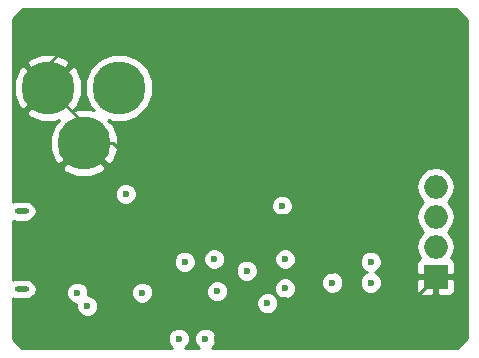
<source format=gbr>
G04 #@! TF.FileFunction,Copper,L3,Inr,Plane*
%FSLAX46Y46*%
G04 Gerber Fmt 4.6, Leading zero omitted, Abs format (unit mm)*
G04 Created by KiCad (PCBNEW 4.0.4-stable) date 03/14/17 06:36:14*
%MOMM*%
%LPD*%
G01*
G04 APERTURE LIST*
%ADD10C,0.100000*%
%ADD11O,1.200000X0.500000*%
%ADD12C,4.500000*%
%ADD13O,1.998980X1.998980*%
%ADD14R,1.998980X1.998980*%
%ADD15C,0.600000*%
%ADD16C,0.250000*%
%ADD17C,0.254000*%
G04 APERTURE END LIST*
D10*
D11*
X25700000Y-38200000D03*
X25700000Y-44800000D03*
D12*
X33950140Y-27750000D03*
X27950660Y-27750000D03*
X30950400Y-32449000D03*
D13*
X60750000Y-36130000D03*
D14*
X60750000Y-43750000D03*
D13*
X60750000Y-41210000D03*
X60750000Y-38670000D03*
D15*
X51750000Y-35750000D03*
X40250000Y-37750000D03*
X46750000Y-37750000D03*
X45750000Y-38500000D03*
X31250000Y-43750000D03*
X39500000Y-41000000D03*
X42250000Y-49000000D03*
X48000000Y-45750000D03*
X52000000Y-43250000D03*
X59750000Y-24000000D03*
X48000000Y-24000000D03*
X55500000Y-48500000D03*
X47750000Y-37750000D03*
X48000000Y-44750000D03*
X46500000Y-46000000D03*
X41250000Y-49000000D03*
X31250000Y-46250000D03*
X34500000Y-36750000D03*
X39500000Y-42500000D03*
X42250000Y-45000000D03*
X48000000Y-42250000D03*
X55250000Y-44250000D03*
X42000000Y-42250000D03*
X55250000Y-42500000D03*
X44750000Y-43250000D03*
X52000000Y-44250000D03*
X39000000Y-49000000D03*
X35900000Y-45100000D03*
X30400000Y-45100000D03*
D16*
X55500000Y-48500000D02*
X56000000Y-48500000D01*
X56000000Y-48500000D02*
X60750000Y-43750000D01*
X51750000Y-35750000D02*
X51750000Y-38000000D01*
X51250000Y-38500000D02*
X45750000Y-38500000D01*
X51750000Y-38000000D02*
X51250000Y-38500000D01*
X40250000Y-37750000D02*
X38750000Y-37750000D01*
X33449000Y-32449000D02*
X30950400Y-32449000D01*
X38750000Y-37750000D02*
X33449000Y-32449000D01*
X40250000Y-37750000D02*
X40250000Y-40250000D01*
X40250000Y-40250000D02*
X39500000Y-41000000D01*
X46750000Y-37750000D02*
X46500000Y-37750000D01*
X46500000Y-37750000D02*
X45750000Y-38500000D01*
X45750000Y-38500000D02*
X42000000Y-38500000D01*
X42000000Y-38500000D02*
X39500000Y-41000000D01*
X31250000Y-43750000D02*
X36750000Y-43750000D01*
X36750000Y-43750000D02*
X39500000Y-41000000D01*
X42250000Y-49000000D02*
X44750000Y-49000000D01*
X44750000Y-49000000D02*
X48000000Y-45750000D01*
X48000000Y-45750000D02*
X48500000Y-45750000D01*
X51000000Y-43250000D02*
X52000000Y-43250000D01*
X48500000Y-45750000D02*
X51000000Y-43250000D01*
X52750000Y-43250000D02*
X52000000Y-43250000D01*
X30950400Y-32449000D02*
X30950400Y-30749740D01*
X30950400Y-30749740D02*
X27950660Y-27750000D01*
X27950660Y-27750000D02*
X27950660Y-25799340D01*
X27950660Y-25799340D02*
X29750000Y-24000000D01*
X29750000Y-24000000D02*
X48000000Y-24000000D01*
X48000000Y-24000000D02*
X59750000Y-24000000D01*
X55500000Y-46000000D02*
X52750000Y-43250000D01*
X55500000Y-48500000D02*
X55500000Y-46000000D01*
D17*
G36*
X63373000Y-22052606D02*
X63373000Y-48947394D01*
X62530394Y-49790000D01*
X41782065Y-49790000D01*
X42042192Y-49530327D01*
X42184838Y-49186799D01*
X42185162Y-48814833D01*
X42043117Y-48471057D01*
X41780327Y-48207808D01*
X41436799Y-48065162D01*
X41064833Y-48064838D01*
X40721057Y-48206883D01*
X40457808Y-48469673D01*
X40315162Y-48813201D01*
X40314838Y-49185167D01*
X40456883Y-49528943D01*
X40717485Y-49790000D01*
X39532065Y-49790000D01*
X39792192Y-49530327D01*
X39934838Y-49186799D01*
X39935162Y-48814833D01*
X39793117Y-48471057D01*
X39530327Y-48207808D01*
X39186799Y-48065162D01*
X38814833Y-48064838D01*
X38471057Y-48206883D01*
X38207808Y-48469673D01*
X38065162Y-48813201D01*
X38064838Y-49185167D01*
X38206883Y-49528943D01*
X38467485Y-49790000D01*
X25719606Y-49790000D01*
X24960000Y-49030394D01*
X24960000Y-45599505D01*
X24987130Y-45617633D01*
X25325805Y-45685000D01*
X26074195Y-45685000D01*
X26412870Y-45617633D01*
X26699985Y-45425790D01*
X26793945Y-45285167D01*
X29464838Y-45285167D01*
X29606883Y-45628943D01*
X29869673Y-45892192D01*
X30213201Y-46034838D01*
X30326898Y-46034937D01*
X30315162Y-46063201D01*
X30314838Y-46435167D01*
X30456883Y-46778943D01*
X30719673Y-47042192D01*
X31063201Y-47184838D01*
X31435167Y-47185162D01*
X31778943Y-47043117D01*
X32042192Y-46780327D01*
X32184838Y-46436799D01*
X32185057Y-46185167D01*
X45564838Y-46185167D01*
X45706883Y-46528943D01*
X45969673Y-46792192D01*
X46313201Y-46934838D01*
X46685167Y-46935162D01*
X47028943Y-46793117D01*
X47292192Y-46530327D01*
X47434838Y-46186799D01*
X47435162Y-45814833D01*
X47293117Y-45471057D01*
X47030327Y-45207808D01*
X46686799Y-45065162D01*
X46314833Y-45064838D01*
X45971057Y-45206883D01*
X45707808Y-45469673D01*
X45565162Y-45813201D01*
X45564838Y-46185167D01*
X32185057Y-46185167D01*
X32185162Y-46064833D01*
X32043117Y-45721057D01*
X31780327Y-45457808D01*
X31436799Y-45315162D01*
X31323102Y-45315063D01*
X31334838Y-45286799D01*
X31334839Y-45285167D01*
X34964838Y-45285167D01*
X35106883Y-45628943D01*
X35369673Y-45892192D01*
X35713201Y-46034838D01*
X36085167Y-46035162D01*
X36428943Y-45893117D01*
X36692192Y-45630327D01*
X36834838Y-45286799D01*
X36834926Y-45185167D01*
X41314838Y-45185167D01*
X41456883Y-45528943D01*
X41719673Y-45792192D01*
X42063201Y-45934838D01*
X42435167Y-45935162D01*
X42778943Y-45793117D01*
X43042192Y-45530327D01*
X43184838Y-45186799D01*
X43185057Y-44935167D01*
X47064838Y-44935167D01*
X47206883Y-45278943D01*
X47469673Y-45542192D01*
X47813201Y-45684838D01*
X48185167Y-45685162D01*
X48528943Y-45543117D01*
X48792192Y-45280327D01*
X48934838Y-44936799D01*
X48935162Y-44564833D01*
X48881586Y-44435167D01*
X51064838Y-44435167D01*
X51206883Y-44778943D01*
X51469673Y-45042192D01*
X51813201Y-45184838D01*
X52185167Y-45185162D01*
X52528943Y-45043117D01*
X52792192Y-44780327D01*
X52934838Y-44436799D01*
X52935162Y-44064833D01*
X52793117Y-43721057D01*
X52530327Y-43457808D01*
X52186799Y-43315162D01*
X51814833Y-43314838D01*
X51471057Y-43456883D01*
X51207808Y-43719673D01*
X51065162Y-44063201D01*
X51064838Y-44435167D01*
X48881586Y-44435167D01*
X48793117Y-44221057D01*
X48530327Y-43957808D01*
X48186799Y-43815162D01*
X47814833Y-43814838D01*
X47471057Y-43956883D01*
X47207808Y-44219673D01*
X47065162Y-44563201D01*
X47064838Y-44935167D01*
X43185057Y-44935167D01*
X43185162Y-44814833D01*
X43043117Y-44471057D01*
X42780327Y-44207808D01*
X42436799Y-44065162D01*
X42064833Y-44064838D01*
X41721057Y-44206883D01*
X41457808Y-44469673D01*
X41315162Y-44813201D01*
X41314838Y-45185167D01*
X36834926Y-45185167D01*
X36835162Y-44914833D01*
X36693117Y-44571057D01*
X36430327Y-44307808D01*
X36086799Y-44165162D01*
X35714833Y-44164838D01*
X35371057Y-44306883D01*
X35107808Y-44569673D01*
X34965162Y-44913201D01*
X34964838Y-45285167D01*
X31334839Y-45285167D01*
X31335162Y-44914833D01*
X31193117Y-44571057D01*
X30930327Y-44307808D01*
X30586799Y-44165162D01*
X30214833Y-44164838D01*
X29871057Y-44306883D01*
X29607808Y-44569673D01*
X29465162Y-44913201D01*
X29464838Y-45285167D01*
X26793945Y-45285167D01*
X26891828Y-45138675D01*
X26959195Y-44800000D01*
X26891828Y-44461325D01*
X26699985Y-44174210D01*
X26412870Y-43982367D01*
X26074195Y-43915000D01*
X25325805Y-43915000D01*
X24987130Y-43982367D01*
X24960000Y-44000495D01*
X24960000Y-43435167D01*
X43814838Y-43435167D01*
X43956883Y-43778943D01*
X44219673Y-44042192D01*
X44563201Y-44184838D01*
X44935167Y-44185162D01*
X45278943Y-44043117D01*
X45542192Y-43780327D01*
X45684838Y-43436799D01*
X45685162Y-43064833D01*
X45543117Y-42721057D01*
X45280327Y-42457808D01*
X45225802Y-42435167D01*
X47064838Y-42435167D01*
X47206883Y-42778943D01*
X47469673Y-43042192D01*
X47813201Y-43184838D01*
X48185167Y-43185162D01*
X48528943Y-43043117D01*
X48792192Y-42780327D01*
X48831706Y-42685167D01*
X54314838Y-42685167D01*
X54456883Y-43028943D01*
X54719673Y-43292192D01*
X54919162Y-43375028D01*
X54721057Y-43456883D01*
X54457808Y-43719673D01*
X54315162Y-44063201D01*
X54314838Y-44435167D01*
X54456883Y-44778943D01*
X54719673Y-45042192D01*
X55063201Y-45184838D01*
X55435167Y-45185162D01*
X55778943Y-45043117D01*
X56042192Y-44780327D01*
X56184838Y-44436799D01*
X56185162Y-44064833D01*
X56173146Y-44035750D01*
X59115510Y-44035750D01*
X59115510Y-44875799D01*
X59212183Y-45109188D01*
X59390811Y-45287817D01*
X59624200Y-45384490D01*
X60464250Y-45384490D01*
X60623000Y-45225740D01*
X60623000Y-43877000D01*
X60877000Y-43877000D01*
X60877000Y-45225740D01*
X61035750Y-45384490D01*
X61875800Y-45384490D01*
X62109189Y-45287817D01*
X62287817Y-45109188D01*
X62384490Y-44875799D01*
X62384490Y-44035750D01*
X62225740Y-43877000D01*
X60877000Y-43877000D01*
X60623000Y-43877000D01*
X59274260Y-43877000D01*
X59115510Y-44035750D01*
X56173146Y-44035750D01*
X56043117Y-43721057D01*
X55780327Y-43457808D01*
X55580838Y-43374972D01*
X55778943Y-43293117D01*
X56042192Y-43030327D01*
X56184838Y-42686799D01*
X56185162Y-42314833D01*
X56043117Y-41971057D01*
X55780327Y-41707808D01*
X55436799Y-41565162D01*
X55064833Y-41564838D01*
X54721057Y-41706883D01*
X54457808Y-41969673D01*
X54315162Y-42313201D01*
X54314838Y-42685167D01*
X48831706Y-42685167D01*
X48934838Y-42436799D01*
X48935162Y-42064833D01*
X48793117Y-41721057D01*
X48530327Y-41457808D01*
X48186799Y-41315162D01*
X47814833Y-41314838D01*
X47471057Y-41456883D01*
X47207808Y-41719673D01*
X47065162Y-42063201D01*
X47064838Y-42435167D01*
X45225802Y-42435167D01*
X44936799Y-42315162D01*
X44564833Y-42314838D01*
X44221057Y-42456883D01*
X43957808Y-42719673D01*
X43815162Y-43063201D01*
X43814838Y-43435167D01*
X24960000Y-43435167D01*
X24960000Y-42685167D01*
X38564838Y-42685167D01*
X38706883Y-43028943D01*
X38969673Y-43292192D01*
X39313201Y-43434838D01*
X39685167Y-43435162D01*
X40028943Y-43293117D01*
X40292192Y-43030327D01*
X40434838Y-42686799D01*
X40435057Y-42435167D01*
X41064838Y-42435167D01*
X41206883Y-42778943D01*
X41469673Y-43042192D01*
X41813201Y-43184838D01*
X42185167Y-43185162D01*
X42528943Y-43043117D01*
X42792192Y-42780327D01*
X42934838Y-42436799D01*
X42935162Y-42064833D01*
X42793117Y-41721057D01*
X42530327Y-41457808D01*
X42186799Y-41315162D01*
X41814833Y-41314838D01*
X41471057Y-41456883D01*
X41207808Y-41719673D01*
X41065162Y-42063201D01*
X41064838Y-42435167D01*
X40435057Y-42435167D01*
X40435162Y-42314833D01*
X40293117Y-41971057D01*
X40030327Y-41707808D01*
X39686799Y-41565162D01*
X39314833Y-41564838D01*
X38971057Y-41706883D01*
X38707808Y-41969673D01*
X38565162Y-42313201D01*
X38564838Y-42685167D01*
X24960000Y-42685167D01*
X24960000Y-38999505D01*
X24987130Y-39017633D01*
X25325805Y-39085000D01*
X26074195Y-39085000D01*
X26412870Y-39017633D01*
X26699985Y-38825790D01*
X26891828Y-38538675D01*
X26959195Y-38200000D01*
X26906517Y-37935167D01*
X46814838Y-37935167D01*
X46956883Y-38278943D01*
X47219673Y-38542192D01*
X47563201Y-38684838D01*
X47935167Y-38685162D01*
X48278943Y-38543117D01*
X48542192Y-38280327D01*
X48684838Y-37936799D01*
X48685162Y-37564833D01*
X48543117Y-37221057D01*
X48280327Y-36957808D01*
X47936799Y-36815162D01*
X47564833Y-36814838D01*
X47221057Y-36956883D01*
X46957808Y-37219673D01*
X46815162Y-37563201D01*
X46814838Y-37935167D01*
X26906517Y-37935167D01*
X26891828Y-37861325D01*
X26699985Y-37574210D01*
X26412870Y-37382367D01*
X26074195Y-37315000D01*
X25325805Y-37315000D01*
X24987130Y-37382367D01*
X24960000Y-37400495D01*
X24960000Y-36935167D01*
X33564838Y-36935167D01*
X33706883Y-37278943D01*
X33969673Y-37542192D01*
X34313201Y-37684838D01*
X34685167Y-37685162D01*
X35028943Y-37543117D01*
X35292192Y-37280327D01*
X35434838Y-36936799D01*
X35435162Y-36564833D01*
X35293117Y-36221057D01*
X35170253Y-36097978D01*
X59115510Y-36097978D01*
X59115510Y-36162022D01*
X59239928Y-36787514D01*
X59594241Y-37317781D01*
X59717290Y-37400000D01*
X59594241Y-37482219D01*
X59239928Y-38012486D01*
X59115510Y-38637978D01*
X59115510Y-38702022D01*
X59239928Y-39327514D01*
X59594241Y-39857781D01*
X59717290Y-39940000D01*
X59594241Y-40022219D01*
X59239928Y-40552486D01*
X59115510Y-41177978D01*
X59115510Y-41242022D01*
X59239928Y-41867514D01*
X59453013Y-42186418D01*
X59390811Y-42212183D01*
X59212183Y-42390812D01*
X59115510Y-42624201D01*
X59115510Y-43464250D01*
X59274260Y-43623000D01*
X60623000Y-43623000D01*
X60623000Y-43603000D01*
X60877000Y-43603000D01*
X60877000Y-43623000D01*
X62225740Y-43623000D01*
X62384490Y-43464250D01*
X62384490Y-42624201D01*
X62287817Y-42390812D01*
X62109189Y-42212183D01*
X62046987Y-42186418D01*
X62260072Y-41867514D01*
X62384490Y-41242022D01*
X62384490Y-41177978D01*
X62260072Y-40552486D01*
X61905759Y-40022219D01*
X61782710Y-39940000D01*
X61905759Y-39857781D01*
X62260072Y-39327514D01*
X62384490Y-38702022D01*
X62384490Y-38637978D01*
X62260072Y-38012486D01*
X61905759Y-37482219D01*
X61782710Y-37400000D01*
X61905759Y-37317781D01*
X62260072Y-36787514D01*
X62384490Y-36162022D01*
X62384490Y-36097978D01*
X62260072Y-35472486D01*
X61905759Y-34942219D01*
X61375492Y-34587906D01*
X60750000Y-34463488D01*
X60124508Y-34587906D01*
X59594241Y-34942219D01*
X59239928Y-35472486D01*
X59115510Y-36097978D01*
X35170253Y-36097978D01*
X35030327Y-35957808D01*
X34686799Y-35815162D01*
X34314833Y-35814838D01*
X33971057Y-35956883D01*
X33707808Y-36219673D01*
X33565162Y-36563201D01*
X33564838Y-36935167D01*
X24960000Y-36935167D01*
X24960000Y-34504467D01*
X29074538Y-34504467D01*
X29325775Y-34901169D01*
X30387846Y-35336227D01*
X31535562Y-35331730D01*
X32575025Y-34901169D01*
X32826262Y-34504467D01*
X30950400Y-32628605D01*
X29074538Y-34504467D01*
X24960000Y-34504467D01*
X24960000Y-29805467D01*
X26074798Y-29805467D01*
X26326035Y-30202169D01*
X27388106Y-30637227D01*
X28535822Y-30632730D01*
X28831887Y-30510095D01*
X28894931Y-30573139D01*
X28498231Y-30824375D01*
X28063173Y-31886446D01*
X28067670Y-33034162D01*
X28498231Y-34073625D01*
X28894933Y-34324862D01*
X30770795Y-32449000D01*
X30756653Y-32434858D01*
X30936258Y-32255253D01*
X30950400Y-32269395D01*
X30964543Y-32255253D01*
X31144148Y-32434858D01*
X31130005Y-32449000D01*
X33005867Y-34324862D01*
X33402569Y-34073625D01*
X33837627Y-33011554D01*
X33833130Y-31863838D01*
X33402569Y-30824375D01*
X33005869Y-30573139D01*
X33070454Y-30508554D01*
X33373760Y-30634498D01*
X34521484Y-30635499D01*
X35582226Y-30197210D01*
X36394497Y-29386355D01*
X36834638Y-28326380D01*
X36835639Y-27178656D01*
X36397350Y-26117914D01*
X35586495Y-25305643D01*
X34526520Y-24865502D01*
X33378796Y-24864501D01*
X32318054Y-25302790D01*
X31505783Y-26113645D01*
X31065642Y-27173620D01*
X31064641Y-28321344D01*
X31502930Y-29382086D01*
X31799462Y-29679136D01*
X31512954Y-29561773D01*
X30365238Y-29566270D01*
X30069173Y-29688905D01*
X30006129Y-29625861D01*
X30402829Y-29374625D01*
X30837887Y-28312554D01*
X30833390Y-27164838D01*
X30402829Y-26125375D01*
X30006127Y-25874138D01*
X28130265Y-27750000D01*
X28144408Y-27764143D01*
X27964803Y-27943748D01*
X27950660Y-27929605D01*
X26074798Y-29805467D01*
X24960000Y-29805467D01*
X24960000Y-27187446D01*
X25063433Y-27187446D01*
X25067930Y-28335162D01*
X25498491Y-29374625D01*
X25895193Y-29625862D01*
X27771055Y-27750000D01*
X25895193Y-25874138D01*
X25498491Y-26125375D01*
X25063433Y-27187446D01*
X24960000Y-27187446D01*
X24960000Y-25694533D01*
X26074798Y-25694533D01*
X27950660Y-27570395D01*
X29826522Y-25694533D01*
X29575285Y-25297831D01*
X28513214Y-24862773D01*
X27365498Y-24867270D01*
X26326035Y-25297831D01*
X26074798Y-25694533D01*
X24960000Y-25694533D01*
X24960000Y-21969606D01*
X25802606Y-21127000D01*
X62447394Y-21127000D01*
X63373000Y-22052606D01*
X63373000Y-22052606D01*
G37*
X63373000Y-22052606D02*
X63373000Y-48947394D01*
X62530394Y-49790000D01*
X41782065Y-49790000D01*
X42042192Y-49530327D01*
X42184838Y-49186799D01*
X42185162Y-48814833D01*
X42043117Y-48471057D01*
X41780327Y-48207808D01*
X41436799Y-48065162D01*
X41064833Y-48064838D01*
X40721057Y-48206883D01*
X40457808Y-48469673D01*
X40315162Y-48813201D01*
X40314838Y-49185167D01*
X40456883Y-49528943D01*
X40717485Y-49790000D01*
X39532065Y-49790000D01*
X39792192Y-49530327D01*
X39934838Y-49186799D01*
X39935162Y-48814833D01*
X39793117Y-48471057D01*
X39530327Y-48207808D01*
X39186799Y-48065162D01*
X38814833Y-48064838D01*
X38471057Y-48206883D01*
X38207808Y-48469673D01*
X38065162Y-48813201D01*
X38064838Y-49185167D01*
X38206883Y-49528943D01*
X38467485Y-49790000D01*
X25719606Y-49790000D01*
X24960000Y-49030394D01*
X24960000Y-45599505D01*
X24987130Y-45617633D01*
X25325805Y-45685000D01*
X26074195Y-45685000D01*
X26412870Y-45617633D01*
X26699985Y-45425790D01*
X26793945Y-45285167D01*
X29464838Y-45285167D01*
X29606883Y-45628943D01*
X29869673Y-45892192D01*
X30213201Y-46034838D01*
X30326898Y-46034937D01*
X30315162Y-46063201D01*
X30314838Y-46435167D01*
X30456883Y-46778943D01*
X30719673Y-47042192D01*
X31063201Y-47184838D01*
X31435167Y-47185162D01*
X31778943Y-47043117D01*
X32042192Y-46780327D01*
X32184838Y-46436799D01*
X32185057Y-46185167D01*
X45564838Y-46185167D01*
X45706883Y-46528943D01*
X45969673Y-46792192D01*
X46313201Y-46934838D01*
X46685167Y-46935162D01*
X47028943Y-46793117D01*
X47292192Y-46530327D01*
X47434838Y-46186799D01*
X47435162Y-45814833D01*
X47293117Y-45471057D01*
X47030327Y-45207808D01*
X46686799Y-45065162D01*
X46314833Y-45064838D01*
X45971057Y-45206883D01*
X45707808Y-45469673D01*
X45565162Y-45813201D01*
X45564838Y-46185167D01*
X32185057Y-46185167D01*
X32185162Y-46064833D01*
X32043117Y-45721057D01*
X31780327Y-45457808D01*
X31436799Y-45315162D01*
X31323102Y-45315063D01*
X31334838Y-45286799D01*
X31334839Y-45285167D01*
X34964838Y-45285167D01*
X35106883Y-45628943D01*
X35369673Y-45892192D01*
X35713201Y-46034838D01*
X36085167Y-46035162D01*
X36428943Y-45893117D01*
X36692192Y-45630327D01*
X36834838Y-45286799D01*
X36834926Y-45185167D01*
X41314838Y-45185167D01*
X41456883Y-45528943D01*
X41719673Y-45792192D01*
X42063201Y-45934838D01*
X42435167Y-45935162D01*
X42778943Y-45793117D01*
X43042192Y-45530327D01*
X43184838Y-45186799D01*
X43185057Y-44935167D01*
X47064838Y-44935167D01*
X47206883Y-45278943D01*
X47469673Y-45542192D01*
X47813201Y-45684838D01*
X48185167Y-45685162D01*
X48528943Y-45543117D01*
X48792192Y-45280327D01*
X48934838Y-44936799D01*
X48935162Y-44564833D01*
X48881586Y-44435167D01*
X51064838Y-44435167D01*
X51206883Y-44778943D01*
X51469673Y-45042192D01*
X51813201Y-45184838D01*
X52185167Y-45185162D01*
X52528943Y-45043117D01*
X52792192Y-44780327D01*
X52934838Y-44436799D01*
X52935162Y-44064833D01*
X52793117Y-43721057D01*
X52530327Y-43457808D01*
X52186799Y-43315162D01*
X51814833Y-43314838D01*
X51471057Y-43456883D01*
X51207808Y-43719673D01*
X51065162Y-44063201D01*
X51064838Y-44435167D01*
X48881586Y-44435167D01*
X48793117Y-44221057D01*
X48530327Y-43957808D01*
X48186799Y-43815162D01*
X47814833Y-43814838D01*
X47471057Y-43956883D01*
X47207808Y-44219673D01*
X47065162Y-44563201D01*
X47064838Y-44935167D01*
X43185057Y-44935167D01*
X43185162Y-44814833D01*
X43043117Y-44471057D01*
X42780327Y-44207808D01*
X42436799Y-44065162D01*
X42064833Y-44064838D01*
X41721057Y-44206883D01*
X41457808Y-44469673D01*
X41315162Y-44813201D01*
X41314838Y-45185167D01*
X36834926Y-45185167D01*
X36835162Y-44914833D01*
X36693117Y-44571057D01*
X36430327Y-44307808D01*
X36086799Y-44165162D01*
X35714833Y-44164838D01*
X35371057Y-44306883D01*
X35107808Y-44569673D01*
X34965162Y-44913201D01*
X34964838Y-45285167D01*
X31334839Y-45285167D01*
X31335162Y-44914833D01*
X31193117Y-44571057D01*
X30930327Y-44307808D01*
X30586799Y-44165162D01*
X30214833Y-44164838D01*
X29871057Y-44306883D01*
X29607808Y-44569673D01*
X29465162Y-44913201D01*
X29464838Y-45285167D01*
X26793945Y-45285167D01*
X26891828Y-45138675D01*
X26959195Y-44800000D01*
X26891828Y-44461325D01*
X26699985Y-44174210D01*
X26412870Y-43982367D01*
X26074195Y-43915000D01*
X25325805Y-43915000D01*
X24987130Y-43982367D01*
X24960000Y-44000495D01*
X24960000Y-43435167D01*
X43814838Y-43435167D01*
X43956883Y-43778943D01*
X44219673Y-44042192D01*
X44563201Y-44184838D01*
X44935167Y-44185162D01*
X45278943Y-44043117D01*
X45542192Y-43780327D01*
X45684838Y-43436799D01*
X45685162Y-43064833D01*
X45543117Y-42721057D01*
X45280327Y-42457808D01*
X45225802Y-42435167D01*
X47064838Y-42435167D01*
X47206883Y-42778943D01*
X47469673Y-43042192D01*
X47813201Y-43184838D01*
X48185167Y-43185162D01*
X48528943Y-43043117D01*
X48792192Y-42780327D01*
X48831706Y-42685167D01*
X54314838Y-42685167D01*
X54456883Y-43028943D01*
X54719673Y-43292192D01*
X54919162Y-43375028D01*
X54721057Y-43456883D01*
X54457808Y-43719673D01*
X54315162Y-44063201D01*
X54314838Y-44435167D01*
X54456883Y-44778943D01*
X54719673Y-45042192D01*
X55063201Y-45184838D01*
X55435167Y-45185162D01*
X55778943Y-45043117D01*
X56042192Y-44780327D01*
X56184838Y-44436799D01*
X56185162Y-44064833D01*
X56173146Y-44035750D01*
X59115510Y-44035750D01*
X59115510Y-44875799D01*
X59212183Y-45109188D01*
X59390811Y-45287817D01*
X59624200Y-45384490D01*
X60464250Y-45384490D01*
X60623000Y-45225740D01*
X60623000Y-43877000D01*
X60877000Y-43877000D01*
X60877000Y-45225740D01*
X61035750Y-45384490D01*
X61875800Y-45384490D01*
X62109189Y-45287817D01*
X62287817Y-45109188D01*
X62384490Y-44875799D01*
X62384490Y-44035750D01*
X62225740Y-43877000D01*
X60877000Y-43877000D01*
X60623000Y-43877000D01*
X59274260Y-43877000D01*
X59115510Y-44035750D01*
X56173146Y-44035750D01*
X56043117Y-43721057D01*
X55780327Y-43457808D01*
X55580838Y-43374972D01*
X55778943Y-43293117D01*
X56042192Y-43030327D01*
X56184838Y-42686799D01*
X56185162Y-42314833D01*
X56043117Y-41971057D01*
X55780327Y-41707808D01*
X55436799Y-41565162D01*
X55064833Y-41564838D01*
X54721057Y-41706883D01*
X54457808Y-41969673D01*
X54315162Y-42313201D01*
X54314838Y-42685167D01*
X48831706Y-42685167D01*
X48934838Y-42436799D01*
X48935162Y-42064833D01*
X48793117Y-41721057D01*
X48530327Y-41457808D01*
X48186799Y-41315162D01*
X47814833Y-41314838D01*
X47471057Y-41456883D01*
X47207808Y-41719673D01*
X47065162Y-42063201D01*
X47064838Y-42435167D01*
X45225802Y-42435167D01*
X44936799Y-42315162D01*
X44564833Y-42314838D01*
X44221057Y-42456883D01*
X43957808Y-42719673D01*
X43815162Y-43063201D01*
X43814838Y-43435167D01*
X24960000Y-43435167D01*
X24960000Y-42685167D01*
X38564838Y-42685167D01*
X38706883Y-43028943D01*
X38969673Y-43292192D01*
X39313201Y-43434838D01*
X39685167Y-43435162D01*
X40028943Y-43293117D01*
X40292192Y-43030327D01*
X40434838Y-42686799D01*
X40435057Y-42435167D01*
X41064838Y-42435167D01*
X41206883Y-42778943D01*
X41469673Y-43042192D01*
X41813201Y-43184838D01*
X42185167Y-43185162D01*
X42528943Y-43043117D01*
X42792192Y-42780327D01*
X42934838Y-42436799D01*
X42935162Y-42064833D01*
X42793117Y-41721057D01*
X42530327Y-41457808D01*
X42186799Y-41315162D01*
X41814833Y-41314838D01*
X41471057Y-41456883D01*
X41207808Y-41719673D01*
X41065162Y-42063201D01*
X41064838Y-42435167D01*
X40435057Y-42435167D01*
X40435162Y-42314833D01*
X40293117Y-41971057D01*
X40030327Y-41707808D01*
X39686799Y-41565162D01*
X39314833Y-41564838D01*
X38971057Y-41706883D01*
X38707808Y-41969673D01*
X38565162Y-42313201D01*
X38564838Y-42685167D01*
X24960000Y-42685167D01*
X24960000Y-38999505D01*
X24987130Y-39017633D01*
X25325805Y-39085000D01*
X26074195Y-39085000D01*
X26412870Y-39017633D01*
X26699985Y-38825790D01*
X26891828Y-38538675D01*
X26959195Y-38200000D01*
X26906517Y-37935167D01*
X46814838Y-37935167D01*
X46956883Y-38278943D01*
X47219673Y-38542192D01*
X47563201Y-38684838D01*
X47935167Y-38685162D01*
X48278943Y-38543117D01*
X48542192Y-38280327D01*
X48684838Y-37936799D01*
X48685162Y-37564833D01*
X48543117Y-37221057D01*
X48280327Y-36957808D01*
X47936799Y-36815162D01*
X47564833Y-36814838D01*
X47221057Y-36956883D01*
X46957808Y-37219673D01*
X46815162Y-37563201D01*
X46814838Y-37935167D01*
X26906517Y-37935167D01*
X26891828Y-37861325D01*
X26699985Y-37574210D01*
X26412870Y-37382367D01*
X26074195Y-37315000D01*
X25325805Y-37315000D01*
X24987130Y-37382367D01*
X24960000Y-37400495D01*
X24960000Y-36935167D01*
X33564838Y-36935167D01*
X33706883Y-37278943D01*
X33969673Y-37542192D01*
X34313201Y-37684838D01*
X34685167Y-37685162D01*
X35028943Y-37543117D01*
X35292192Y-37280327D01*
X35434838Y-36936799D01*
X35435162Y-36564833D01*
X35293117Y-36221057D01*
X35170253Y-36097978D01*
X59115510Y-36097978D01*
X59115510Y-36162022D01*
X59239928Y-36787514D01*
X59594241Y-37317781D01*
X59717290Y-37400000D01*
X59594241Y-37482219D01*
X59239928Y-38012486D01*
X59115510Y-38637978D01*
X59115510Y-38702022D01*
X59239928Y-39327514D01*
X59594241Y-39857781D01*
X59717290Y-39940000D01*
X59594241Y-40022219D01*
X59239928Y-40552486D01*
X59115510Y-41177978D01*
X59115510Y-41242022D01*
X59239928Y-41867514D01*
X59453013Y-42186418D01*
X59390811Y-42212183D01*
X59212183Y-42390812D01*
X59115510Y-42624201D01*
X59115510Y-43464250D01*
X59274260Y-43623000D01*
X60623000Y-43623000D01*
X60623000Y-43603000D01*
X60877000Y-43603000D01*
X60877000Y-43623000D01*
X62225740Y-43623000D01*
X62384490Y-43464250D01*
X62384490Y-42624201D01*
X62287817Y-42390812D01*
X62109189Y-42212183D01*
X62046987Y-42186418D01*
X62260072Y-41867514D01*
X62384490Y-41242022D01*
X62384490Y-41177978D01*
X62260072Y-40552486D01*
X61905759Y-40022219D01*
X61782710Y-39940000D01*
X61905759Y-39857781D01*
X62260072Y-39327514D01*
X62384490Y-38702022D01*
X62384490Y-38637978D01*
X62260072Y-38012486D01*
X61905759Y-37482219D01*
X61782710Y-37400000D01*
X61905759Y-37317781D01*
X62260072Y-36787514D01*
X62384490Y-36162022D01*
X62384490Y-36097978D01*
X62260072Y-35472486D01*
X61905759Y-34942219D01*
X61375492Y-34587906D01*
X60750000Y-34463488D01*
X60124508Y-34587906D01*
X59594241Y-34942219D01*
X59239928Y-35472486D01*
X59115510Y-36097978D01*
X35170253Y-36097978D01*
X35030327Y-35957808D01*
X34686799Y-35815162D01*
X34314833Y-35814838D01*
X33971057Y-35956883D01*
X33707808Y-36219673D01*
X33565162Y-36563201D01*
X33564838Y-36935167D01*
X24960000Y-36935167D01*
X24960000Y-34504467D01*
X29074538Y-34504467D01*
X29325775Y-34901169D01*
X30387846Y-35336227D01*
X31535562Y-35331730D01*
X32575025Y-34901169D01*
X32826262Y-34504467D01*
X30950400Y-32628605D01*
X29074538Y-34504467D01*
X24960000Y-34504467D01*
X24960000Y-29805467D01*
X26074798Y-29805467D01*
X26326035Y-30202169D01*
X27388106Y-30637227D01*
X28535822Y-30632730D01*
X28831887Y-30510095D01*
X28894931Y-30573139D01*
X28498231Y-30824375D01*
X28063173Y-31886446D01*
X28067670Y-33034162D01*
X28498231Y-34073625D01*
X28894933Y-34324862D01*
X30770795Y-32449000D01*
X30756653Y-32434858D01*
X30936258Y-32255253D01*
X30950400Y-32269395D01*
X30964543Y-32255253D01*
X31144148Y-32434858D01*
X31130005Y-32449000D01*
X33005867Y-34324862D01*
X33402569Y-34073625D01*
X33837627Y-33011554D01*
X33833130Y-31863838D01*
X33402569Y-30824375D01*
X33005869Y-30573139D01*
X33070454Y-30508554D01*
X33373760Y-30634498D01*
X34521484Y-30635499D01*
X35582226Y-30197210D01*
X36394497Y-29386355D01*
X36834638Y-28326380D01*
X36835639Y-27178656D01*
X36397350Y-26117914D01*
X35586495Y-25305643D01*
X34526520Y-24865502D01*
X33378796Y-24864501D01*
X32318054Y-25302790D01*
X31505783Y-26113645D01*
X31065642Y-27173620D01*
X31064641Y-28321344D01*
X31502930Y-29382086D01*
X31799462Y-29679136D01*
X31512954Y-29561773D01*
X30365238Y-29566270D01*
X30069173Y-29688905D01*
X30006129Y-29625861D01*
X30402829Y-29374625D01*
X30837887Y-28312554D01*
X30833390Y-27164838D01*
X30402829Y-26125375D01*
X30006127Y-25874138D01*
X28130265Y-27750000D01*
X28144408Y-27764143D01*
X27964803Y-27943748D01*
X27950660Y-27929605D01*
X26074798Y-29805467D01*
X24960000Y-29805467D01*
X24960000Y-27187446D01*
X25063433Y-27187446D01*
X25067930Y-28335162D01*
X25498491Y-29374625D01*
X25895193Y-29625862D01*
X27771055Y-27750000D01*
X25895193Y-25874138D01*
X25498491Y-26125375D01*
X25063433Y-27187446D01*
X24960000Y-27187446D01*
X24960000Y-25694533D01*
X26074798Y-25694533D01*
X27950660Y-27570395D01*
X29826522Y-25694533D01*
X29575285Y-25297831D01*
X28513214Y-24862773D01*
X27365498Y-24867270D01*
X26326035Y-25297831D01*
X26074798Y-25694533D01*
X24960000Y-25694533D01*
X24960000Y-21969606D01*
X25802606Y-21127000D01*
X62447394Y-21127000D01*
X63373000Y-22052606D01*
M02*

</source>
